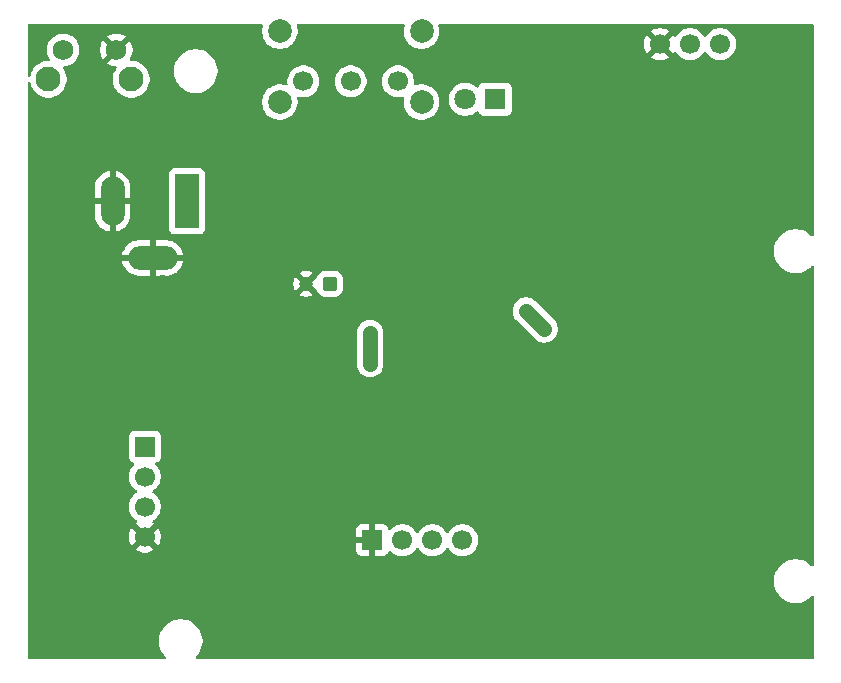
<source format=gbr>
%TF.GenerationSoftware,KiCad,Pcbnew,9.0.6*%
%TF.CreationDate,2026-01-14T13:32:50+01:00*%
%TF.ProjectId,DHT11 weather station,44485431-3120-4776-9561-746865722073,rev?*%
%TF.SameCoordinates,Original*%
%TF.FileFunction,Copper,L2,Bot*%
%TF.FilePolarity,Positive*%
%FSLAX46Y46*%
G04 Gerber Fmt 4.6, Leading zero omitted, Abs format (unit mm)*
G04 Created by KiCad (PCBNEW 9.0.6) date 2026-01-14 13:32:50*
%MOMM*%
%LPD*%
G01*
G04 APERTURE LIST*
G04 Aperture macros list*
%AMRoundRect*
0 Rectangle with rounded corners*
0 $1 Rounding radius*
0 $2 $3 $4 $5 $6 $7 $8 $9 X,Y pos of 4 corners*
0 Add a 4 corners polygon primitive as box body*
4,1,4,$2,$3,$4,$5,$6,$7,$8,$9,$2,$3,0*
0 Add four circle primitives for the rounded corners*
1,1,$1+$1,$2,$3*
1,1,$1+$1,$4,$5*
1,1,$1+$1,$6,$7*
1,1,$1+$1,$8,$9*
0 Add four rect primitives between the rounded corners*
20,1,$1+$1,$2,$3,$4,$5,0*
20,1,$1+$1,$4,$5,$6,$7,0*
20,1,$1+$1,$6,$7,$8,$9,0*
20,1,$1+$1,$8,$9,$2,$3,0*%
G04 Aperture macros list end*
%TA.AperFunction,ComponentPad*%
%ADD10R,1.700000X1.700000*%
%TD*%
%TA.AperFunction,ComponentPad*%
%ADD11C,1.700000*%
%TD*%
%TA.AperFunction,ComponentPad*%
%ADD12RoundRect,0.250000X0.350000X0.350000X-0.350000X0.350000X-0.350000X-0.350000X0.350000X-0.350000X0*%
%TD*%
%TA.AperFunction,ComponentPad*%
%ADD13C,1.200000*%
%TD*%
%TA.AperFunction,ComponentPad*%
%ADD14R,2.000000X4.600000*%
%TD*%
%TA.AperFunction,ComponentPad*%
%ADD15O,2.000000X4.200000*%
%TD*%
%TA.AperFunction,ComponentPad*%
%ADD16O,4.200000X2.000000*%
%TD*%
%TA.AperFunction,ComponentPad*%
%ADD17C,2.000000*%
%TD*%
%TA.AperFunction,ComponentPad*%
%ADD18R,1.800000X1.800000*%
%TD*%
%TA.AperFunction,ComponentPad*%
%ADD19C,1.800000*%
%TD*%
%TA.AperFunction,ComponentPad*%
%ADD20C,2.100000*%
%TD*%
%TA.AperFunction,ComponentPad*%
%ADD21C,1.750000*%
%TD*%
%TA.AperFunction,ViaPad*%
%ADD22C,0.600000*%
%TD*%
%TA.AperFunction,Conductor*%
%ADD23C,1.270000*%
%TD*%
G04 APERTURE END LIST*
D10*
%TO.P,J2,1,Pin_1*%
%TO.N,/Microcontroller with OLED and DHT11/3.3V*%
X40930000Y-76800000D03*
D11*
%TO.P,J2,2,Pin_2*%
%TO.N,/Microcontroller with OLED and DHT11/SWDIO*%
X40930000Y-79340000D03*
%TO.P,J2,3,Pin_3*%
%TO.N,/Microcontroller with OLED and DHT11/SWDCLK*%
X40930000Y-81880000D03*
%TO.P,J2,4,Pin_4*%
%TO.N,GND*%
X40930000Y-84420000D03*
%TD*%
D10*
%TO.P,J3,1,Pin_1*%
%TO.N,GND*%
X60190000Y-84720000D03*
D11*
%TO.P,J3,2,Pin_2*%
%TO.N,/Microcontroller with OLED and DHT11/3.3V*%
X62730000Y-84720000D03*
%TO.P,J3,3,Pin_3*%
%TO.N,/Microcontroller with OLED and DHT11/SCL*%
X65270000Y-84720000D03*
%TO.P,J3,4,Pin_4*%
%TO.N,/Microcontroller with OLED and DHT11/SDA*%
X67810000Y-84720000D03*
%TD*%
%TO.P,J4,1,Pin_1*%
%TO.N,/Microcontroller with OLED and DHT11/DHT11_DATA*%
X89630000Y-42720000D03*
%TO.P,J4,2,Pin_2*%
%TO.N,/Microcontroller with OLED and DHT11/3.3V*%
X87090000Y-42720000D03*
%TO.P,J4,3,Pin_3*%
%TO.N,GND*%
X84550000Y-42720000D03*
%TD*%
D12*
%TO.P,C2,1*%
%TO.N,/Power/5V*%
X56602600Y-63000000D03*
D13*
%TO.P,C2,2*%
%TO.N,GND*%
X54602600Y-63000000D03*
%TD*%
D14*
%TO.P,J1,1*%
%TO.N,/Power/V_IN*%
X44500000Y-56020000D03*
D15*
%TO.P,J1,2*%
%TO.N,GND*%
X38200000Y-56020000D03*
D16*
%TO.P,J1,3*%
X41600000Y-60820000D03*
%TD*%
D17*
%TO.P,SW1,*%
%TO.N,*%
X64360000Y-47620000D03*
X64360000Y-41620000D03*
X52360000Y-47620000D03*
X52360000Y-41620000D03*
D11*
%TO.P,SW1,1,A*%
%TO.N,unconnected-(SW1-A-Pad1)*%
X62360000Y-45870000D03*
%TO.P,SW1,2,B*%
%TO.N,/Power/V_IN*%
X58360000Y-45870000D03*
%TO.P,SW1,3,C*%
%TO.N,Net-(D1-A)*%
X54360000Y-45870000D03*
%TD*%
D18*
%TO.P,D2,1,K*%
%TO.N,Net-(D2-K)*%
X70595000Y-47395000D03*
D19*
%TO.P,D2,2,A*%
%TO.N,/Microcontroller with OLED and DHT11/3.3V*%
X68055000Y-47395000D03*
%TD*%
D20*
%TO.P,SW2,*%
%TO.N,*%
X32770000Y-45690000D03*
X39780000Y-45690000D03*
D21*
%TO.P,SW2,1,1*%
%TO.N,/Microcontroller with OLED and DHT11/NRST*%
X34020000Y-43200000D03*
%TO.P,SW2,2,2*%
%TO.N,GND*%
X38520000Y-43200000D03*
%TD*%
D22*
%TO.N,GND*%
X95000000Y-62500000D03*
X95000000Y-57500000D03*
X95000000Y-80000000D03*
X37500000Y-50000000D03*
X47500000Y-52500000D03*
X57500000Y-67500000D03*
X77500000Y-67500000D03*
X32500000Y-75000000D03*
X39900000Y-68900000D03*
X70000000Y-45000000D03*
X55000000Y-85000000D03*
X57500000Y-85000000D03*
X90000000Y-90000000D03*
X35000000Y-57500000D03*
X50000000Y-80000000D03*
X55000000Y-67500000D03*
X55000000Y-77500000D03*
X77500000Y-57500000D03*
X82500000Y-90000000D03*
X65000000Y-45000000D03*
X32500000Y-65000000D03*
X90000000Y-87500000D03*
X85000000Y-85000000D03*
X77500000Y-82500000D03*
X42500000Y-57500000D03*
X42500000Y-47500000D03*
X55000000Y-42500000D03*
X37500000Y-72500000D03*
X62500000Y-42500000D03*
X85000000Y-50000000D03*
X47500000Y-60000000D03*
X92500000Y-90000000D03*
X65000000Y-82500000D03*
X92500000Y-57500000D03*
X47500000Y-75000000D03*
X35000000Y-60000000D03*
X71700000Y-66900000D03*
X80000000Y-67500000D03*
X47500000Y-42500000D03*
X92500000Y-67500000D03*
X59984796Y-92500000D03*
X95000000Y-72500000D03*
X57500000Y-77500000D03*
X42500000Y-90000000D03*
X32500000Y-52500000D03*
X65000000Y-92500000D03*
X52500000Y-85000000D03*
X75000000Y-82500000D03*
X92500000Y-82500000D03*
X92500000Y-85000000D03*
X77500000Y-52500000D03*
X57500000Y-80000000D03*
X35000000Y-80000000D03*
X37500000Y-67500000D03*
X47500000Y-57500000D03*
X60000000Y-77500000D03*
X47500000Y-65000000D03*
X37500000Y-45000000D03*
X90000000Y-82500000D03*
X95000000Y-55000000D03*
X72500000Y-55000000D03*
X45000000Y-62500000D03*
X60000000Y-57500000D03*
X57500000Y-47500000D03*
X82500000Y-52500000D03*
X90000000Y-57500000D03*
X80000000Y-65000000D03*
X40000000Y-42500000D03*
X90000000Y-85000000D03*
X50000000Y-85000000D03*
X45000000Y-65000000D03*
X47500000Y-80000000D03*
X75000000Y-80000000D03*
X52500000Y-67500000D03*
X87500000Y-77500000D03*
X95000000Y-42500000D03*
X42500000Y-52500000D03*
X57500000Y-50000000D03*
X80000000Y-85000000D03*
X90000000Y-62500000D03*
X80000000Y-55000000D03*
X90000000Y-67500000D03*
X50000000Y-90000000D03*
X60000000Y-80000000D03*
X40000000Y-92500000D03*
X80000000Y-90000000D03*
X95000000Y-50000000D03*
X50000000Y-92500000D03*
X50000000Y-75000000D03*
X82500000Y-45000000D03*
X32500000Y-80000000D03*
X82500000Y-47500000D03*
X50000000Y-55000000D03*
X92500000Y-50000000D03*
X95000000Y-92500000D03*
X57500000Y-42500000D03*
X92500000Y-52500000D03*
X75000000Y-87500000D03*
X82500000Y-87500000D03*
X50000000Y-60000000D03*
X60000000Y-47500000D03*
X65010000Y-74710000D03*
X95000000Y-85000000D03*
X65021054Y-62521054D03*
X35000000Y-77500000D03*
X87500000Y-55000000D03*
X90000000Y-52500000D03*
X62500000Y-82500000D03*
X90000000Y-60000000D03*
X52500000Y-62500000D03*
X70000000Y-70000000D03*
X50000000Y-50000000D03*
X77500000Y-42500000D03*
X45000000Y-85000000D03*
X40000000Y-57500000D03*
X80000000Y-47500000D03*
X82500000Y-92500000D03*
X32500000Y-55000000D03*
X92500000Y-55000000D03*
X32500000Y-57500000D03*
X60000000Y-62500000D03*
X35000000Y-82500000D03*
X47500000Y-85000000D03*
X60000000Y-75000000D03*
X72500000Y-42500000D03*
X65000000Y-72500000D03*
X55000000Y-90000000D03*
X50000000Y-70000000D03*
X77500000Y-47500000D03*
X57500000Y-90000000D03*
X82500000Y-42500000D03*
X95000000Y-47500000D03*
X72500000Y-92500000D03*
X62500000Y-62500000D03*
X70000000Y-75000000D03*
X47500000Y-55000000D03*
X95000000Y-77500000D03*
X67500000Y-45000000D03*
X65000000Y-57500000D03*
X62000000Y-67700000D03*
X60000000Y-45000000D03*
X47500000Y-77500000D03*
X50000000Y-52500000D03*
X87500000Y-57500000D03*
X40000000Y-90000000D03*
X32500000Y-92500000D03*
X47500000Y-45000000D03*
X50000000Y-65000000D03*
X77500000Y-87500000D03*
X82500000Y-85000000D03*
X32500000Y-85000000D03*
X57500000Y-92500000D03*
X95000000Y-65000000D03*
X90000000Y-50000000D03*
X77500000Y-85000000D03*
X75000000Y-90000000D03*
X62500000Y-90000000D03*
X62500000Y-77500000D03*
X47500000Y-67500000D03*
X77500000Y-92500000D03*
X75000000Y-57500000D03*
X72500000Y-57500000D03*
X32500000Y-87500000D03*
X85000000Y-92500000D03*
X40000000Y-47500000D03*
X37500000Y-60000000D03*
X92500000Y-60000000D03*
X47500000Y-92500000D03*
X37500000Y-90000000D03*
X95000000Y-82500000D03*
X65000000Y-80000000D03*
X35000000Y-85000000D03*
X35000000Y-75000000D03*
X67500000Y-42500000D03*
X40000000Y-65000000D03*
X40000000Y-52500000D03*
X52500000Y-70000000D03*
X32500000Y-82500000D03*
X80000000Y-82500000D03*
X45000000Y-42500000D03*
X60000000Y-42500000D03*
X90000000Y-55000000D03*
X45000000Y-60000000D03*
X50000000Y-57500000D03*
X85000000Y-57500000D03*
X92500000Y-92500000D03*
X55000000Y-65000000D03*
X62500000Y-50000000D03*
X42500000Y-45000000D03*
X52500000Y-50000000D03*
X75000000Y-92500000D03*
X55000000Y-70000000D03*
X77500000Y-45000000D03*
X67500000Y-50000000D03*
X77500000Y-65000000D03*
X55000000Y-92500000D03*
X47500000Y-90000000D03*
X92500000Y-80000000D03*
X50000000Y-42500000D03*
X67500000Y-92500000D03*
X42500000Y-62500000D03*
X87500000Y-85000000D03*
X70000000Y-90000000D03*
X92500000Y-47500000D03*
X60000000Y-50000000D03*
X35000000Y-87500000D03*
X55000000Y-80000000D03*
X80000000Y-50000000D03*
X70000000Y-42500000D03*
X77500000Y-90000000D03*
X85000000Y-47500000D03*
X32500000Y-90000000D03*
X67500000Y-90000000D03*
X60000000Y-90000000D03*
X95000000Y-45000000D03*
X50000000Y-62500000D03*
X42500000Y-50000000D03*
X50000000Y-77500000D03*
X40000000Y-50000000D03*
X32500000Y-77500000D03*
X65000000Y-90000000D03*
X80000000Y-52500000D03*
X95000000Y-75000000D03*
X75000000Y-42500000D03*
X87500000Y-80000000D03*
X55000000Y-75000000D03*
X40000000Y-55000000D03*
X87500000Y-87500000D03*
X87500000Y-90000000D03*
X75000000Y-85000000D03*
X42500000Y-85000000D03*
X45000000Y-75000000D03*
X72500000Y-90000000D03*
X87500000Y-92500000D03*
X35000000Y-55000000D03*
X92500000Y-62500000D03*
X95000000Y-70000000D03*
X67500000Y-70000000D03*
X80000000Y-42500000D03*
X80000000Y-45000000D03*
X32500000Y-62500000D03*
X35000000Y-67500000D03*
X80000000Y-92500000D03*
X85000000Y-70000000D03*
X35000000Y-90000000D03*
X77500000Y-77500000D03*
X75000000Y-55000000D03*
X72500000Y-45000000D03*
X57500000Y-65000000D03*
X45000000Y-90000000D03*
X45000000Y-47500000D03*
X92500000Y-45000000D03*
X47500000Y-70000000D03*
X42500000Y-42500000D03*
X35000000Y-52500000D03*
X52500000Y-90000000D03*
X42500000Y-55000000D03*
X92500000Y-42500000D03*
X72500000Y-50000000D03*
X50000000Y-67500000D03*
X85000000Y-90000000D03*
X87500000Y-67500000D03*
X32500000Y-72500000D03*
X75000000Y-60000000D03*
X37500000Y-92500000D03*
X35000000Y-50000000D03*
X87500000Y-62500000D03*
X67500000Y-75000000D03*
X35000000Y-72500000D03*
X92500000Y-87500000D03*
X52500000Y-92500000D03*
X70000000Y-92500000D03*
X90000000Y-45000000D03*
X35000000Y-70000000D03*
X80000000Y-70000000D03*
X32500000Y-50000000D03*
X85000000Y-87500000D03*
X52500000Y-80000000D03*
X52500000Y-65000000D03*
X32500000Y-60000000D03*
X32500000Y-70000000D03*
X37500000Y-87500000D03*
X65000000Y-50000000D03*
X32500000Y-67500000D03*
X82500000Y-50000000D03*
X65000000Y-60000000D03*
X37500000Y-65000000D03*
X52500000Y-77500000D03*
X60000000Y-55000000D03*
X85000000Y-45000000D03*
X62500000Y-92500000D03*
X77500000Y-80000000D03*
X35000000Y-65000000D03*
X77500000Y-55000000D03*
X47500000Y-62500000D03*
X90000000Y-92500000D03*
X37500000Y-52500000D03*
X52500000Y-57500000D03*
X95000000Y-52500000D03*
X77500000Y-50000000D03*
X67500000Y-57500000D03*
X95000000Y-67500000D03*
X70500000Y-83200000D03*
X35000000Y-92500000D03*
X90000000Y-47500000D03*
X52500000Y-75000000D03*
X75000000Y-52500000D03*
X80000000Y-62500000D03*
X40000000Y-62500000D03*
X80000000Y-87500000D03*
X75000000Y-50000000D03*
X87500000Y-60000000D03*
X72500000Y-87500000D03*
X52500000Y-60000000D03*
X37500000Y-62500000D03*
X37500000Y-47500000D03*
%TO.N,/Microcontroller with OLED and DHT11/3.3V*%
X73200000Y-65300000D03*
X60000000Y-69800000D03*
X60000000Y-67200000D03*
X74750000Y-66850000D03*
%TD*%
D23*
%TO.N,/Microcontroller with OLED and DHT11/3.3V*%
X73200000Y-65300000D02*
X74750000Y-66850000D01*
X60000000Y-69800000D02*
X60000000Y-67200000D01*
%TD*%
%TA.AperFunction,Conductor*%
%TO.N,GND*%
G36*
X50880098Y-41019685D02*
G01*
X50925853Y-41072489D01*
X50935797Y-41141647D01*
X50930990Y-41162318D01*
X50896447Y-41268627D01*
X50896447Y-41268630D01*
X50859500Y-41501902D01*
X50859500Y-41738097D01*
X50896446Y-41971368D01*
X50969433Y-42195996D01*
X51075295Y-42403760D01*
X51076657Y-42406433D01*
X51215483Y-42597510D01*
X51382490Y-42764517D01*
X51573567Y-42903343D01*
X51672991Y-42954002D01*
X51784003Y-43010566D01*
X51784005Y-43010566D01*
X51784008Y-43010568D01*
X51904412Y-43049689D01*
X52008631Y-43083553D01*
X52241903Y-43120500D01*
X52241908Y-43120500D01*
X52478097Y-43120500D01*
X52711368Y-43083553D01*
X52935992Y-43010568D01*
X53146433Y-42903343D01*
X53337510Y-42764517D01*
X53504517Y-42597510D01*
X53643343Y-42406433D01*
X53750568Y-42195992D01*
X53823553Y-41971368D01*
X53844327Y-41840208D01*
X53860500Y-41738097D01*
X53860500Y-41501902D01*
X53839005Y-41366197D01*
X53823553Y-41268632D01*
X53823552Y-41268628D01*
X53823552Y-41268627D01*
X53789010Y-41162318D01*
X53787015Y-41092477D01*
X53823095Y-41032644D01*
X53885796Y-41001816D01*
X53906941Y-41000000D01*
X62813059Y-41000000D01*
X62880098Y-41019685D01*
X62925853Y-41072489D01*
X62935797Y-41141647D01*
X62930990Y-41162318D01*
X62896447Y-41268627D01*
X62896447Y-41268630D01*
X62859500Y-41501902D01*
X62859500Y-41738097D01*
X62896446Y-41971368D01*
X62969433Y-42195996D01*
X63075295Y-42403760D01*
X63076657Y-42406433D01*
X63215483Y-42597510D01*
X63382490Y-42764517D01*
X63573567Y-42903343D01*
X63672991Y-42954002D01*
X63784003Y-43010566D01*
X63784005Y-43010566D01*
X63784008Y-43010568D01*
X63904412Y-43049689D01*
X64008631Y-43083553D01*
X64241903Y-43120500D01*
X64241908Y-43120500D01*
X64478097Y-43120500D01*
X64711368Y-43083553D01*
X64935992Y-43010568D01*
X65146433Y-42903343D01*
X65337510Y-42764517D01*
X65488274Y-42613753D01*
X83200000Y-42613753D01*
X83200000Y-42826246D01*
X83233242Y-43036127D01*
X83233242Y-43036130D01*
X83298904Y-43238217D01*
X83395375Y-43427550D01*
X83434728Y-43481716D01*
X84067037Y-42849408D01*
X84084075Y-42912993D01*
X84149901Y-43027007D01*
X84242993Y-43120099D01*
X84357007Y-43185925D01*
X84420590Y-43202962D01*
X83788282Y-43835269D01*
X83788282Y-43835270D01*
X83842449Y-43874624D01*
X84031782Y-43971095D01*
X84233870Y-44036757D01*
X84443754Y-44070000D01*
X84656246Y-44070000D01*
X84866127Y-44036757D01*
X84866130Y-44036757D01*
X85068217Y-43971095D01*
X85257554Y-43874622D01*
X85311716Y-43835270D01*
X85311717Y-43835270D01*
X84679408Y-43202962D01*
X84742993Y-43185925D01*
X84857007Y-43120099D01*
X84950099Y-43027007D01*
X85015925Y-42912993D01*
X85032962Y-42849408D01*
X85665270Y-43481717D01*
X85665270Y-43481716D01*
X85704622Y-43427555D01*
X85709232Y-43418507D01*
X85757205Y-43367709D01*
X85825025Y-43350912D01*
X85891161Y-43373447D01*
X85930204Y-43418504D01*
X85934949Y-43427817D01*
X86059890Y-43599786D01*
X86210213Y-43750109D01*
X86382179Y-43875048D01*
X86382181Y-43875049D01*
X86382184Y-43875051D01*
X86571588Y-43971557D01*
X86773757Y-44037246D01*
X86983713Y-44070500D01*
X86983714Y-44070500D01*
X87196286Y-44070500D01*
X87196287Y-44070500D01*
X87406243Y-44037246D01*
X87608412Y-43971557D01*
X87797816Y-43875051D01*
X87932411Y-43777263D01*
X87969786Y-43750109D01*
X87969788Y-43750106D01*
X87969792Y-43750104D01*
X88120104Y-43599792D01*
X88120106Y-43599788D01*
X88120109Y-43599786D01*
X88245048Y-43427820D01*
X88245050Y-43427817D01*
X88245051Y-43427816D01*
X88249514Y-43419054D01*
X88297488Y-43368259D01*
X88365308Y-43351463D01*
X88431444Y-43373999D01*
X88470486Y-43419056D01*
X88474951Y-43427820D01*
X88599890Y-43599786D01*
X88750213Y-43750109D01*
X88922179Y-43875048D01*
X88922181Y-43875049D01*
X88922184Y-43875051D01*
X89111588Y-43971557D01*
X89313757Y-44037246D01*
X89523713Y-44070500D01*
X89523714Y-44070500D01*
X89736286Y-44070500D01*
X89736287Y-44070500D01*
X89946243Y-44037246D01*
X90148412Y-43971557D01*
X90337816Y-43875051D01*
X90472411Y-43777263D01*
X90509786Y-43750109D01*
X90509788Y-43750106D01*
X90509792Y-43750104D01*
X90660104Y-43599792D01*
X90660106Y-43599788D01*
X90660109Y-43599786D01*
X90785048Y-43427820D01*
X90785050Y-43427817D01*
X90785051Y-43427816D01*
X90881557Y-43238412D01*
X90947246Y-43036243D01*
X90980500Y-42826287D01*
X90980500Y-42613713D01*
X90947246Y-42403757D01*
X90881557Y-42201588D01*
X90785051Y-42012184D01*
X90785049Y-42012181D01*
X90785048Y-42012179D01*
X90660109Y-41840213D01*
X90509786Y-41689890D01*
X90337820Y-41564951D01*
X90148414Y-41468444D01*
X90148413Y-41468443D01*
X90148412Y-41468443D01*
X89946243Y-41402754D01*
X89946241Y-41402753D01*
X89946240Y-41402753D01*
X89784957Y-41377208D01*
X89736287Y-41369500D01*
X89523713Y-41369500D01*
X89475042Y-41377208D01*
X89313760Y-41402753D01*
X89111585Y-41468444D01*
X88922179Y-41564951D01*
X88750213Y-41689890D01*
X88599890Y-41840213D01*
X88474949Y-42012182D01*
X88470484Y-42020946D01*
X88422509Y-42071742D01*
X88354688Y-42088536D01*
X88288553Y-42065998D01*
X88249516Y-42020946D01*
X88245050Y-42012182D01*
X88120109Y-41840213D01*
X87969786Y-41689890D01*
X87797820Y-41564951D01*
X87608414Y-41468444D01*
X87608413Y-41468443D01*
X87608412Y-41468443D01*
X87406243Y-41402754D01*
X87406241Y-41402753D01*
X87406240Y-41402753D01*
X87244957Y-41377208D01*
X87196287Y-41369500D01*
X86983713Y-41369500D01*
X86935042Y-41377208D01*
X86773760Y-41402753D01*
X86571585Y-41468444D01*
X86382179Y-41564951D01*
X86210213Y-41689890D01*
X86059890Y-41840213D01*
X85934949Y-42012182D01*
X85930202Y-42021499D01*
X85882227Y-42072293D01*
X85814405Y-42089087D01*
X85748271Y-42066548D01*
X85709234Y-42021495D01*
X85704626Y-42012452D01*
X85665270Y-41958282D01*
X85665269Y-41958282D01*
X85032962Y-42590590D01*
X85015925Y-42527007D01*
X84950099Y-42412993D01*
X84857007Y-42319901D01*
X84742993Y-42254075D01*
X84679409Y-42237037D01*
X85311716Y-41604728D01*
X85257550Y-41565375D01*
X85068217Y-41468904D01*
X84866129Y-41403242D01*
X84656246Y-41370000D01*
X84443754Y-41370000D01*
X84233872Y-41403242D01*
X84233869Y-41403242D01*
X84031782Y-41468904D01*
X83842439Y-41565380D01*
X83788282Y-41604727D01*
X83788282Y-41604728D01*
X84420591Y-42237037D01*
X84357007Y-42254075D01*
X84242993Y-42319901D01*
X84149901Y-42412993D01*
X84084075Y-42527007D01*
X84067037Y-42590591D01*
X83434728Y-41958282D01*
X83434727Y-41958282D01*
X83395380Y-42012439D01*
X83298904Y-42201782D01*
X83233242Y-42403869D01*
X83233242Y-42403872D01*
X83200000Y-42613753D01*
X65488274Y-42613753D01*
X65504517Y-42597510D01*
X65643343Y-42406433D01*
X65750568Y-42195992D01*
X65823553Y-41971368D01*
X65844327Y-41840208D01*
X65860500Y-41738097D01*
X65860500Y-41501902D01*
X65839005Y-41366197D01*
X65823553Y-41268632D01*
X65823552Y-41268628D01*
X65823552Y-41268627D01*
X65789010Y-41162318D01*
X65787015Y-41092477D01*
X65823095Y-41032644D01*
X65885796Y-41001816D01*
X65906941Y-41000000D01*
X97456000Y-41000000D01*
X97523039Y-41019685D01*
X97568794Y-41072489D01*
X97580000Y-41124000D01*
X97580000Y-58863634D01*
X97560315Y-58930673D01*
X97507511Y-58976428D01*
X97438353Y-58986372D01*
X97374797Y-58957347D01*
X97368319Y-58951315D01*
X97262743Y-58845739D01*
X97262736Y-58845733D01*
X97070293Y-58698067D01*
X97070292Y-58698066D01*
X97070289Y-58698064D01*
X96871105Y-58583065D01*
X96860214Y-58576777D01*
X96860205Y-58576773D01*
X96636104Y-58483947D01*
X96401785Y-58421161D01*
X96161289Y-58389500D01*
X96161288Y-58389500D01*
X95918712Y-58389500D01*
X95918711Y-58389500D01*
X95678214Y-58421161D01*
X95443895Y-58483947D01*
X95219794Y-58576773D01*
X95219785Y-58576777D01*
X95009706Y-58698067D01*
X94817263Y-58845733D01*
X94817256Y-58845739D01*
X94645739Y-59017256D01*
X94645733Y-59017263D01*
X94498067Y-59209706D01*
X94376777Y-59419785D01*
X94376773Y-59419794D01*
X94283947Y-59643895D01*
X94221161Y-59878214D01*
X94189500Y-60118711D01*
X94189500Y-60361288D01*
X94221161Y-60601785D01*
X94283947Y-60836104D01*
X94304543Y-60885826D01*
X94376776Y-61060212D01*
X94498064Y-61270289D01*
X94498066Y-61270292D01*
X94498067Y-61270293D01*
X94645733Y-61462736D01*
X94645739Y-61462743D01*
X94817256Y-61634260D01*
X94817262Y-61634265D01*
X95009711Y-61781936D01*
X95219788Y-61903224D01*
X95443900Y-61996054D01*
X95678211Y-62058838D01*
X95858586Y-62082584D01*
X95918711Y-62090500D01*
X95918712Y-62090500D01*
X96161289Y-62090500D01*
X96209388Y-62084167D01*
X96401789Y-62058838D01*
X96636100Y-61996054D01*
X96860212Y-61903224D01*
X97070289Y-61781936D01*
X97262738Y-61634265D01*
X97290832Y-61606171D01*
X97368319Y-61528685D01*
X97429642Y-61495200D01*
X97499334Y-61500184D01*
X97555267Y-61542056D01*
X97579684Y-61607520D01*
X97580000Y-61616366D01*
X97580000Y-86803634D01*
X97560315Y-86870673D01*
X97507511Y-86916428D01*
X97438353Y-86926372D01*
X97374797Y-86897347D01*
X97368319Y-86891315D01*
X97262743Y-86785739D01*
X97262736Y-86785733D01*
X97070293Y-86638067D01*
X97070292Y-86638066D01*
X97070289Y-86638064D01*
X96860212Y-86516776D01*
X96860205Y-86516773D01*
X96636104Y-86423947D01*
X96401785Y-86361161D01*
X96161289Y-86329500D01*
X96161288Y-86329500D01*
X95918712Y-86329500D01*
X95918711Y-86329500D01*
X95678214Y-86361161D01*
X95443895Y-86423947D01*
X95219794Y-86516773D01*
X95219785Y-86516777D01*
X95009706Y-86638067D01*
X94817263Y-86785733D01*
X94817256Y-86785739D01*
X94645739Y-86957256D01*
X94645733Y-86957263D01*
X94498067Y-87149706D01*
X94376777Y-87359785D01*
X94376773Y-87359794D01*
X94283947Y-87583895D01*
X94221161Y-87818214D01*
X94189500Y-88058711D01*
X94189500Y-88301288D01*
X94221161Y-88541785D01*
X94283947Y-88776104D01*
X94376773Y-89000205D01*
X94376776Y-89000212D01*
X94498064Y-89210289D01*
X94498066Y-89210292D01*
X94498067Y-89210293D01*
X94645733Y-89402736D01*
X94645739Y-89402743D01*
X94817256Y-89574260D01*
X94817262Y-89574265D01*
X95009711Y-89721936D01*
X95219788Y-89843224D01*
X95443900Y-89936054D01*
X95678211Y-89998838D01*
X95858586Y-90022584D01*
X95918711Y-90030500D01*
X95918712Y-90030500D01*
X96161289Y-90030500D01*
X96209388Y-90024167D01*
X96401789Y-89998838D01*
X96636100Y-89936054D01*
X96860212Y-89843224D01*
X97070289Y-89721936D01*
X97262738Y-89574265D01*
X97289483Y-89547520D01*
X97368319Y-89468685D01*
X97429642Y-89435200D01*
X97499334Y-89440184D01*
X97555267Y-89482056D01*
X97579684Y-89547520D01*
X97580000Y-89556366D01*
X97580000Y-94676000D01*
X97560315Y-94743039D01*
X97507511Y-94788794D01*
X97456000Y-94800000D01*
X45346366Y-94800000D01*
X45279327Y-94780315D01*
X45233572Y-94727511D01*
X45223628Y-94658353D01*
X45252653Y-94594797D01*
X45258685Y-94588319D01*
X45364260Y-94482743D01*
X45364265Y-94482738D01*
X45511936Y-94290289D01*
X45633224Y-94080212D01*
X45726054Y-93856100D01*
X45788838Y-93621789D01*
X45820500Y-93381288D01*
X45820500Y-93138712D01*
X45788838Y-92898211D01*
X45726054Y-92663900D01*
X45633224Y-92439788D01*
X45511936Y-92229711D01*
X45364265Y-92037262D01*
X45364260Y-92037256D01*
X45192743Y-91865739D01*
X45192736Y-91865733D01*
X45000293Y-91718067D01*
X45000292Y-91718066D01*
X45000289Y-91718064D01*
X44790212Y-91596776D01*
X44790205Y-91596773D01*
X44566104Y-91503947D01*
X44331785Y-91441161D01*
X44091289Y-91409500D01*
X44091288Y-91409500D01*
X43848712Y-91409500D01*
X43848711Y-91409500D01*
X43608214Y-91441161D01*
X43373895Y-91503947D01*
X43149794Y-91596773D01*
X43149785Y-91596777D01*
X42939706Y-91718067D01*
X42747263Y-91865733D01*
X42747256Y-91865739D01*
X42575739Y-92037256D01*
X42575733Y-92037263D01*
X42428067Y-92229706D01*
X42306777Y-92439785D01*
X42306773Y-92439794D01*
X42213947Y-92663895D01*
X42151161Y-92898214D01*
X42119500Y-93138711D01*
X42119500Y-93381288D01*
X42151161Y-93621785D01*
X42213947Y-93856104D01*
X42306773Y-94080205D01*
X42306776Y-94080212D01*
X42428064Y-94290289D01*
X42428066Y-94290292D01*
X42428067Y-94290293D01*
X42575733Y-94482736D01*
X42575739Y-94482743D01*
X42681315Y-94588319D01*
X42714800Y-94649642D01*
X42709816Y-94719334D01*
X42667944Y-94775267D01*
X42602480Y-94799684D01*
X42593634Y-94800000D01*
X31124000Y-94800000D01*
X31056961Y-94780315D01*
X31011206Y-94727511D01*
X31000000Y-94676000D01*
X31000000Y-75902135D01*
X39579500Y-75902135D01*
X39579500Y-77697870D01*
X39579501Y-77697876D01*
X39585908Y-77757483D01*
X39636202Y-77892328D01*
X39636206Y-77892335D01*
X39722452Y-78007544D01*
X39722455Y-78007547D01*
X39837664Y-78093793D01*
X39837671Y-78093797D01*
X39969082Y-78142810D01*
X40025016Y-78184681D01*
X40049433Y-78250145D01*
X40034582Y-78318418D01*
X40013431Y-78346673D01*
X39899889Y-78460215D01*
X39774951Y-78632179D01*
X39678444Y-78821585D01*
X39612753Y-79023760D01*
X39579500Y-79233713D01*
X39579500Y-79446286D01*
X39612753Y-79656239D01*
X39678444Y-79858414D01*
X39774951Y-80047820D01*
X39899890Y-80219786D01*
X40050213Y-80370109D01*
X40222182Y-80495050D01*
X40230946Y-80499516D01*
X40281742Y-80547491D01*
X40298536Y-80615312D01*
X40275998Y-80681447D01*
X40230946Y-80720484D01*
X40222182Y-80724949D01*
X40050213Y-80849890D01*
X39899890Y-81000213D01*
X39774951Y-81172179D01*
X39678444Y-81361585D01*
X39612753Y-81563760D01*
X39579500Y-81773713D01*
X39579500Y-81986286D01*
X39612753Y-82196239D01*
X39678444Y-82398414D01*
X39774951Y-82587820D01*
X39899890Y-82759786D01*
X40050213Y-82910109D01*
X40222179Y-83035048D01*
X40222181Y-83035049D01*
X40222184Y-83035051D01*
X40231493Y-83039794D01*
X40282290Y-83087766D01*
X40299087Y-83155587D01*
X40276552Y-83221722D01*
X40231505Y-83260760D01*
X40222446Y-83265376D01*
X40222440Y-83265380D01*
X40168282Y-83304727D01*
X40168282Y-83304728D01*
X40800591Y-83937037D01*
X40737007Y-83954075D01*
X40622993Y-84019901D01*
X40529901Y-84112993D01*
X40464075Y-84227007D01*
X40447037Y-84290591D01*
X39814728Y-83658282D01*
X39814727Y-83658282D01*
X39775380Y-83712439D01*
X39678904Y-83901782D01*
X39613242Y-84103869D01*
X39613242Y-84103872D01*
X39580000Y-84313753D01*
X39580000Y-84526246D01*
X39613242Y-84736127D01*
X39613242Y-84736130D01*
X39678904Y-84938217D01*
X39775375Y-85127550D01*
X39814728Y-85181716D01*
X40447037Y-84549408D01*
X40464075Y-84612993D01*
X40529901Y-84727007D01*
X40622993Y-84820099D01*
X40737007Y-84885925D01*
X40800590Y-84902962D01*
X40168282Y-85535269D01*
X40168282Y-85535270D01*
X40222449Y-85574624D01*
X40411782Y-85671095D01*
X40613870Y-85736757D01*
X40823754Y-85770000D01*
X41036246Y-85770000D01*
X41246127Y-85736757D01*
X41246130Y-85736757D01*
X41448217Y-85671095D01*
X41637554Y-85574622D01*
X41691716Y-85535270D01*
X41691717Y-85535270D01*
X41059408Y-84902962D01*
X41122993Y-84885925D01*
X41237007Y-84820099D01*
X41330099Y-84727007D01*
X41395925Y-84612993D01*
X41412962Y-84549409D01*
X42045270Y-85181717D01*
X42045270Y-85181716D01*
X42084622Y-85127554D01*
X42181096Y-84938215D01*
X42199907Y-84880321D01*
X42199907Y-84880320D01*
X42246757Y-84736130D01*
X42246757Y-84736127D01*
X42280000Y-84526246D01*
X42280000Y-84313753D01*
X42246757Y-84103872D01*
X42246757Y-84103869D01*
X42181094Y-83901780D01*
X42167524Y-83875147D01*
X42167523Y-83875146D01*
X42140522Y-83822155D01*
X58840000Y-83822155D01*
X58840000Y-84470000D01*
X59756988Y-84470000D01*
X59724075Y-84527007D01*
X59690000Y-84654174D01*
X59690000Y-84785826D01*
X59724075Y-84912993D01*
X59756988Y-84970000D01*
X58840000Y-84970000D01*
X58840000Y-85617844D01*
X58846401Y-85677372D01*
X58846403Y-85677379D01*
X58896645Y-85812086D01*
X58896649Y-85812093D01*
X58982809Y-85927187D01*
X58982812Y-85927190D01*
X59097906Y-86013350D01*
X59097913Y-86013354D01*
X59232620Y-86063596D01*
X59232627Y-86063598D01*
X59292155Y-86069999D01*
X59292172Y-86070000D01*
X59940000Y-86070000D01*
X59940000Y-85153012D01*
X59997007Y-85185925D01*
X60124174Y-85220000D01*
X60255826Y-85220000D01*
X60382993Y-85185925D01*
X60440000Y-85153012D01*
X60440000Y-86070000D01*
X61087828Y-86070000D01*
X61087844Y-86069999D01*
X61147372Y-86063598D01*
X61147379Y-86063596D01*
X61282086Y-86013354D01*
X61282093Y-86013350D01*
X61397187Y-85927190D01*
X61397190Y-85927187D01*
X61483350Y-85812093D01*
X61483354Y-85812086D01*
X61532422Y-85680529D01*
X61574293Y-85624595D01*
X61639757Y-85600178D01*
X61708030Y-85615030D01*
X61736285Y-85636181D01*
X61850213Y-85750109D01*
X62022179Y-85875048D01*
X62022181Y-85875049D01*
X62022184Y-85875051D01*
X62211588Y-85971557D01*
X62413757Y-86037246D01*
X62623713Y-86070500D01*
X62623714Y-86070500D01*
X62836286Y-86070500D01*
X62836287Y-86070500D01*
X63046243Y-86037246D01*
X63248412Y-85971557D01*
X63437816Y-85875051D01*
X63524471Y-85812093D01*
X63609786Y-85750109D01*
X63609788Y-85750106D01*
X63609792Y-85750104D01*
X63760104Y-85599792D01*
X63760106Y-85599788D01*
X63760109Y-85599786D01*
X63885048Y-85427820D01*
X63885047Y-85427820D01*
X63885051Y-85427816D01*
X63889514Y-85419054D01*
X63937488Y-85368259D01*
X64005308Y-85351463D01*
X64071444Y-85373999D01*
X64110486Y-85419056D01*
X64114951Y-85427820D01*
X64239890Y-85599786D01*
X64390213Y-85750109D01*
X64562179Y-85875048D01*
X64562181Y-85875049D01*
X64562184Y-85875051D01*
X64751588Y-85971557D01*
X64953757Y-86037246D01*
X65163713Y-86070500D01*
X65163714Y-86070500D01*
X65376286Y-86070500D01*
X65376287Y-86070500D01*
X65586243Y-86037246D01*
X65788412Y-85971557D01*
X65977816Y-85875051D01*
X66064471Y-85812093D01*
X66149786Y-85750109D01*
X66149788Y-85750106D01*
X66149792Y-85750104D01*
X66300104Y-85599792D01*
X66300106Y-85599788D01*
X66300109Y-85599786D01*
X66425048Y-85427820D01*
X66425047Y-85427820D01*
X66425051Y-85427816D01*
X66429514Y-85419054D01*
X66477488Y-85368259D01*
X66545308Y-85351463D01*
X66611444Y-85373999D01*
X66650486Y-85419056D01*
X66654951Y-85427820D01*
X66779890Y-85599786D01*
X66930213Y-85750109D01*
X67102179Y-85875048D01*
X67102181Y-85875049D01*
X67102184Y-85875051D01*
X67291588Y-85971557D01*
X67493757Y-86037246D01*
X67703713Y-86070500D01*
X67703714Y-86070500D01*
X67916286Y-86070500D01*
X67916287Y-86070500D01*
X68126243Y-86037246D01*
X68328412Y-85971557D01*
X68517816Y-85875051D01*
X68604471Y-85812093D01*
X68689786Y-85750109D01*
X68689788Y-85750106D01*
X68689792Y-85750104D01*
X68840104Y-85599792D01*
X68840106Y-85599788D01*
X68840109Y-85599786D01*
X68965048Y-85427820D01*
X68965047Y-85427820D01*
X68965051Y-85427816D01*
X69061557Y-85238412D01*
X69127246Y-85036243D01*
X69160500Y-84826287D01*
X69160500Y-84613713D01*
X69127246Y-84403757D01*
X69061557Y-84201588D01*
X68965051Y-84012184D01*
X68965049Y-84012181D01*
X68965048Y-84012179D01*
X68840109Y-83840213D01*
X68689786Y-83689890D01*
X68517820Y-83564951D01*
X68328414Y-83468444D01*
X68328413Y-83468443D01*
X68328412Y-83468443D01*
X68126243Y-83402754D01*
X68126241Y-83402753D01*
X68126240Y-83402753D01*
X67964957Y-83377208D01*
X67916287Y-83369500D01*
X67703713Y-83369500D01*
X67655042Y-83377208D01*
X67493760Y-83402753D01*
X67291585Y-83468444D01*
X67102179Y-83564951D01*
X66930213Y-83689890D01*
X66779890Y-83840213D01*
X66654949Y-84012182D01*
X66650484Y-84020946D01*
X66602509Y-84071742D01*
X66534688Y-84088536D01*
X66468553Y-84065998D01*
X66429516Y-84020946D01*
X66425050Y-84012182D01*
X66300109Y-83840213D01*
X66149786Y-83689890D01*
X65977820Y-83564951D01*
X65788414Y-83468444D01*
X65788413Y-83468443D01*
X65788412Y-83468443D01*
X65586243Y-83402754D01*
X65586241Y-83402753D01*
X65586240Y-83402753D01*
X65424957Y-83377208D01*
X65376287Y-83369500D01*
X65163713Y-83369500D01*
X65115042Y-83377208D01*
X64953760Y-83402753D01*
X64751585Y-83468444D01*
X64562179Y-83564951D01*
X64390213Y-83689890D01*
X64239890Y-83840213D01*
X64114949Y-84012182D01*
X64110484Y-84020946D01*
X64062509Y-84071742D01*
X63994688Y-84088536D01*
X63928553Y-84065998D01*
X63889516Y-84020946D01*
X63885050Y-84012182D01*
X63760109Y-83840213D01*
X63609786Y-83689890D01*
X63437820Y-83564951D01*
X63248414Y-83468444D01*
X63248413Y-83468443D01*
X63248412Y-83468443D01*
X63046243Y-83402754D01*
X63046241Y-83402753D01*
X63046240Y-83402753D01*
X62884957Y-83377208D01*
X62836287Y-83369500D01*
X62623713Y-83369500D01*
X62575042Y-83377208D01*
X62413760Y-83402753D01*
X62211585Y-83468444D01*
X62022179Y-83564951D01*
X61850215Y-83689889D01*
X61736285Y-83803819D01*
X61674962Y-83837303D01*
X61605270Y-83832319D01*
X61549337Y-83790447D01*
X61532422Y-83759470D01*
X61483354Y-83627913D01*
X61483350Y-83627906D01*
X61397190Y-83512812D01*
X61397187Y-83512809D01*
X61282093Y-83426649D01*
X61282086Y-83426645D01*
X61147379Y-83376403D01*
X61147372Y-83376401D01*
X61087844Y-83370000D01*
X60440000Y-83370000D01*
X60440000Y-84286988D01*
X60382993Y-84254075D01*
X60255826Y-84220000D01*
X60124174Y-84220000D01*
X59997007Y-84254075D01*
X59940000Y-84286988D01*
X59940000Y-83370000D01*
X59292155Y-83370000D01*
X59232627Y-83376401D01*
X59232620Y-83376403D01*
X59097913Y-83426645D01*
X59097906Y-83426649D01*
X58982812Y-83512809D01*
X58982809Y-83512812D01*
X58896649Y-83627906D01*
X58896645Y-83627913D01*
X58846403Y-83762620D01*
X58846401Y-83762627D01*
X58840000Y-83822155D01*
X42140522Y-83822155D01*
X42084624Y-83712449D01*
X42045270Y-83658282D01*
X42045269Y-83658282D01*
X41412962Y-84290590D01*
X41395925Y-84227007D01*
X41330099Y-84112993D01*
X41237007Y-84019901D01*
X41122993Y-83954075D01*
X41059409Y-83937037D01*
X41691716Y-83304728D01*
X41637547Y-83265373D01*
X41637547Y-83265372D01*
X41628500Y-83260763D01*
X41577706Y-83212788D01*
X41560912Y-83144966D01*
X41583451Y-83078832D01*
X41628508Y-83039793D01*
X41637816Y-83035051D01*
X41717007Y-82977515D01*
X41809786Y-82910109D01*
X41809788Y-82910106D01*
X41809792Y-82910104D01*
X41960104Y-82759792D01*
X41960106Y-82759788D01*
X41960109Y-82759786D01*
X42085048Y-82587820D01*
X42085047Y-82587820D01*
X42085051Y-82587816D01*
X42181557Y-82398412D01*
X42247246Y-82196243D01*
X42280500Y-81986287D01*
X42280500Y-81773713D01*
X42247246Y-81563757D01*
X42181557Y-81361588D01*
X42085051Y-81172184D01*
X42085049Y-81172181D01*
X42085048Y-81172179D01*
X41960109Y-81000213D01*
X41809786Y-80849890D01*
X41637820Y-80724951D01*
X41637115Y-80724591D01*
X41629054Y-80720485D01*
X41578259Y-80672512D01*
X41561463Y-80604692D01*
X41583999Y-80538556D01*
X41629054Y-80499515D01*
X41637816Y-80495051D01*
X41659789Y-80479086D01*
X41809786Y-80370109D01*
X41809788Y-80370106D01*
X41809792Y-80370104D01*
X41960104Y-80219792D01*
X41960106Y-80219788D01*
X41960109Y-80219786D01*
X42085048Y-80047820D01*
X42085047Y-80047820D01*
X42085051Y-80047816D01*
X42181557Y-79858412D01*
X42247246Y-79656243D01*
X42280500Y-79446287D01*
X42280500Y-79233713D01*
X42247246Y-79023757D01*
X42181557Y-78821588D01*
X42085051Y-78632184D01*
X42085049Y-78632181D01*
X42085048Y-78632179D01*
X41960109Y-78460213D01*
X41846569Y-78346673D01*
X41813084Y-78285350D01*
X41818068Y-78215658D01*
X41859940Y-78159725D01*
X41890915Y-78142810D01*
X42022331Y-78093796D01*
X42137546Y-78007546D01*
X42223796Y-77892331D01*
X42274091Y-77757483D01*
X42280500Y-77697873D01*
X42280499Y-75902128D01*
X42274091Y-75842517D01*
X42223796Y-75707669D01*
X42223795Y-75707668D01*
X42223793Y-75707664D01*
X42137547Y-75592455D01*
X42137544Y-75592452D01*
X42022335Y-75506206D01*
X42022328Y-75506202D01*
X41887482Y-75455908D01*
X41887483Y-75455908D01*
X41827883Y-75449501D01*
X41827881Y-75449500D01*
X41827873Y-75449500D01*
X41827864Y-75449500D01*
X40032129Y-75449500D01*
X40032123Y-75449501D01*
X39972516Y-75455908D01*
X39837671Y-75506202D01*
X39837664Y-75506206D01*
X39722455Y-75592452D01*
X39722452Y-75592455D01*
X39636206Y-75707664D01*
X39636202Y-75707671D01*
X39585908Y-75842517D01*
X39579501Y-75902116D01*
X39579501Y-75902123D01*
X39579500Y-75902135D01*
X31000000Y-75902135D01*
X31000000Y-67110634D01*
X58864500Y-67110634D01*
X58864500Y-69889365D01*
X58892460Y-70065898D01*
X58892460Y-70065901D01*
X58947689Y-70235878D01*
X58947691Y-70235881D01*
X59028833Y-70395132D01*
X59133889Y-70539728D01*
X59260272Y-70666111D01*
X59404868Y-70771167D01*
X59564119Y-70852309D01*
X59564121Y-70852310D01*
X59722670Y-70903825D01*
X59734103Y-70907540D01*
X59910634Y-70935500D01*
X59910635Y-70935500D01*
X60089365Y-70935500D01*
X60089366Y-70935500D01*
X60265897Y-70907540D01*
X60265900Y-70907539D01*
X60265901Y-70907539D01*
X60435878Y-70852310D01*
X60435878Y-70852309D01*
X60435881Y-70852309D01*
X60595132Y-70771167D01*
X60739728Y-70666111D01*
X60866111Y-70539728D01*
X60971167Y-70395132D01*
X61052309Y-70235881D01*
X61107540Y-70065897D01*
X61135500Y-69889366D01*
X61135500Y-67110634D01*
X61107540Y-66934103D01*
X61107539Y-66934099D01*
X61107539Y-66934098D01*
X61052310Y-66764121D01*
X61052308Y-66764118D01*
X61050531Y-66760629D01*
X60971167Y-66604868D01*
X60866111Y-66460272D01*
X60739728Y-66333889D01*
X60595132Y-66228833D01*
X60435881Y-66147691D01*
X60435878Y-66147689D01*
X60265899Y-66092460D01*
X60148209Y-66073820D01*
X60089366Y-66064500D01*
X59910634Y-66064500D01*
X59851790Y-66073820D01*
X59734101Y-66092460D01*
X59734098Y-66092460D01*
X59564121Y-66147689D01*
X59564118Y-66147691D01*
X59404867Y-66228833D01*
X59260270Y-66333890D01*
X59133890Y-66460270D01*
X59028833Y-66604867D01*
X58947691Y-66764118D01*
X58947689Y-66764121D01*
X58892460Y-66934098D01*
X58892460Y-66934101D01*
X58864500Y-67110634D01*
X31000000Y-67110634D01*
X31000000Y-65210629D01*
X72064500Y-65210629D01*
X72064500Y-65389370D01*
X72092458Y-65565891D01*
X72092459Y-65565897D01*
X72134441Y-65695101D01*
X72147692Y-65735884D01*
X72228833Y-65895131D01*
X72333889Y-66039728D01*
X74010272Y-67716111D01*
X74154869Y-67821167D01*
X74230109Y-67859503D01*
X74314115Y-67902307D01*
X74314117Y-67902307D01*
X74314120Y-67902309D01*
X74484103Y-67957541D01*
X74582175Y-67973073D01*
X74660630Y-67985500D01*
X74660634Y-67985500D01*
X74839370Y-67985500D01*
X74909978Y-67974316D01*
X75015897Y-67957541D01*
X75185880Y-67902309D01*
X75345131Y-67821167D01*
X75489728Y-67716111D01*
X75616111Y-67589728D01*
X75721167Y-67445131D01*
X75802309Y-67285880D01*
X75857541Y-67115897D01*
X75874316Y-67009978D01*
X75885500Y-66939370D01*
X75885500Y-66760629D01*
X75871520Y-66672368D01*
X75857541Y-66584103D01*
X75802309Y-66414120D01*
X75802307Y-66414117D01*
X75802307Y-66414115D01*
X75721166Y-66254868D01*
X75616111Y-66110272D01*
X73939728Y-64433889D01*
X73795131Y-64328833D01*
X73635884Y-64247692D01*
X73595101Y-64234441D01*
X73465897Y-64192459D01*
X73465891Y-64192458D01*
X73289370Y-64164500D01*
X73289366Y-64164500D01*
X73110634Y-64164500D01*
X73110630Y-64164500D01*
X72934108Y-64192458D01*
X72934106Y-64192458D01*
X72934103Y-64192459D01*
X72849111Y-64220075D01*
X72764115Y-64247692D01*
X72604868Y-64328833D01*
X72522370Y-64388771D01*
X72460272Y-64433889D01*
X72460270Y-64433891D01*
X72460269Y-64433891D01*
X72333891Y-64560269D01*
X72333891Y-64560270D01*
X72333889Y-64560272D01*
X72288771Y-64622370D01*
X72228833Y-64704868D01*
X72147692Y-64864115D01*
X72120075Y-64949111D01*
X72092459Y-65034103D01*
X72092458Y-65034106D01*
X72092458Y-65034108D01*
X72064500Y-65210629D01*
X31000000Y-65210629D01*
X31000000Y-63936289D01*
X54019861Y-63936289D01*
X54019862Y-63936290D01*
X54026071Y-63940801D01*
X54180342Y-64019408D01*
X54345015Y-64072914D01*
X54516029Y-64100000D01*
X54689171Y-64100000D01*
X54860184Y-64072914D01*
X55024857Y-64019408D01*
X55179125Y-63940803D01*
X55185336Y-63936289D01*
X55185337Y-63936289D01*
X54602601Y-63353553D01*
X54602600Y-63353553D01*
X54019861Y-63936289D01*
X31000000Y-63936289D01*
X31000000Y-62913428D01*
X53502600Y-62913428D01*
X53502600Y-63086571D01*
X53529685Y-63257584D01*
X53583192Y-63422259D01*
X53661796Y-63576525D01*
X53666309Y-63582736D01*
X53666309Y-63582737D01*
X54249046Y-63000001D01*
X54249046Y-62999999D01*
X54209551Y-62960504D01*
X54302600Y-62960504D01*
X54302600Y-63039496D01*
X54323044Y-63115796D01*
X54362540Y-63184205D01*
X54418395Y-63240060D01*
X54486804Y-63279556D01*
X54563104Y-63300000D01*
X54642096Y-63300000D01*
X54718396Y-63279556D01*
X54786805Y-63240060D01*
X54842660Y-63184205D01*
X54882156Y-63115796D01*
X54902600Y-63039496D01*
X54902600Y-62999999D01*
X54956153Y-62999999D01*
X54956153Y-63000000D01*
X55518407Y-63562254D01*
X55548431Y-63610929D01*
X55567784Y-63669331D01*
X55567786Y-63669334D01*
X55659888Y-63818656D01*
X55783944Y-63942712D01*
X55933266Y-64034814D01*
X56099803Y-64089999D01*
X56202591Y-64100500D01*
X57002608Y-64100499D01*
X57002616Y-64100498D01*
X57002619Y-64100498D01*
X57058902Y-64094748D01*
X57105397Y-64089999D01*
X57271934Y-64034814D01*
X57421256Y-63942712D01*
X57545312Y-63818656D01*
X57637414Y-63669334D01*
X57692599Y-63502797D01*
X57703100Y-63400009D01*
X57703099Y-62599992D01*
X57692599Y-62497203D01*
X57637414Y-62330666D01*
X57545312Y-62181344D01*
X57421256Y-62057288D01*
X57271934Y-61965186D01*
X57105397Y-61910001D01*
X57105395Y-61910000D01*
X57002610Y-61899500D01*
X56202598Y-61899500D01*
X56202580Y-61899501D01*
X56099803Y-61910000D01*
X56099800Y-61910001D01*
X55933268Y-61965185D01*
X55933263Y-61965187D01*
X55783942Y-62057289D01*
X55659889Y-62181342D01*
X55567786Y-62330666D01*
X55548434Y-62389066D01*
X55518409Y-62437742D01*
X54956153Y-62999999D01*
X54902600Y-62999999D01*
X54902600Y-62960504D01*
X54882156Y-62884204D01*
X54842660Y-62815795D01*
X54786805Y-62759940D01*
X54718396Y-62720444D01*
X54642096Y-62700000D01*
X54563104Y-62700000D01*
X54486804Y-62720444D01*
X54418395Y-62759940D01*
X54362540Y-62815795D01*
X54323044Y-62884204D01*
X54302600Y-62960504D01*
X54209551Y-62960504D01*
X53666309Y-62417261D01*
X53666308Y-62417261D01*
X53661803Y-62423463D01*
X53661793Y-62423480D01*
X53583192Y-62577740D01*
X53529685Y-62742415D01*
X53502600Y-62913428D01*
X31000000Y-62913428D01*
X31000000Y-60570000D01*
X39020898Y-60570000D01*
X40066988Y-60570000D01*
X40034075Y-60627007D01*
X40000000Y-60754174D01*
X40000000Y-60885826D01*
X40034075Y-61012993D01*
X40066988Y-61070000D01*
X39020898Y-61070000D01*
X39036934Y-61171247D01*
X39109897Y-61395802D01*
X39217085Y-61606171D01*
X39355866Y-61797186D01*
X39522813Y-61964133D01*
X39713828Y-62102914D01*
X39924197Y-62210102D01*
X40148752Y-62283065D01*
X40148751Y-62283065D01*
X40381948Y-62320000D01*
X41350000Y-62320000D01*
X41350000Y-61320000D01*
X41850000Y-61320000D01*
X41850000Y-62320000D01*
X42818052Y-62320000D01*
X43051247Y-62283065D01*
X43275802Y-62210102D01*
X43486171Y-62102914D01*
X43540134Y-62063708D01*
X54019861Y-62063708D01*
X54019861Y-62063709D01*
X54602600Y-62646446D01*
X54602601Y-62646446D01*
X55185337Y-62063709D01*
X55179125Y-62059196D01*
X55024859Y-61980592D01*
X54860184Y-61927085D01*
X54689171Y-61900000D01*
X54516029Y-61900000D01*
X54345015Y-61927085D01*
X54180340Y-61980592D01*
X54026080Y-62059193D01*
X54026063Y-62059203D01*
X54019861Y-62063708D01*
X43540134Y-62063708D01*
X43613165Y-62010648D01*
X43677186Y-61964133D01*
X43844133Y-61797186D01*
X43982914Y-61606171D01*
X44090102Y-61395802D01*
X44163065Y-61171247D01*
X44179102Y-61070000D01*
X43133012Y-61070000D01*
X43165925Y-61012993D01*
X43200000Y-60885826D01*
X43200000Y-60754174D01*
X43165925Y-60627007D01*
X43133012Y-60570000D01*
X44179102Y-60570000D01*
X44163065Y-60468752D01*
X44090102Y-60244197D01*
X43982914Y-60033828D01*
X43844133Y-59842813D01*
X43677186Y-59675866D01*
X43486171Y-59537085D01*
X43275802Y-59429897D01*
X43051247Y-59356934D01*
X43051248Y-59356934D01*
X42818052Y-59320000D01*
X41850000Y-59320000D01*
X41850000Y-60320000D01*
X41350000Y-60320000D01*
X41350000Y-59320000D01*
X40381948Y-59320000D01*
X40148752Y-59356934D01*
X39924197Y-59429897D01*
X39713828Y-59537085D01*
X39522813Y-59675866D01*
X39355866Y-59842813D01*
X39217085Y-60033828D01*
X39109897Y-60244197D01*
X39036934Y-60468752D01*
X39020898Y-60570000D01*
X31000000Y-60570000D01*
X31000000Y-54801947D01*
X36700000Y-54801947D01*
X36700000Y-55770000D01*
X37700000Y-55770000D01*
X37700000Y-56270000D01*
X36700000Y-56270000D01*
X36700000Y-57238052D01*
X36736934Y-57471247D01*
X36809897Y-57695802D01*
X36917085Y-57906171D01*
X37055866Y-58097186D01*
X37222813Y-58264133D01*
X37413828Y-58402914D01*
X37624195Y-58510102D01*
X37848744Y-58583063D01*
X37848750Y-58583065D01*
X37950000Y-58599101D01*
X37950000Y-57553012D01*
X38007007Y-57585925D01*
X38134174Y-57620000D01*
X38265826Y-57620000D01*
X38392993Y-57585925D01*
X38450000Y-57553012D01*
X38450000Y-58599100D01*
X38551249Y-58583065D01*
X38551255Y-58583063D01*
X38775804Y-58510102D01*
X38986171Y-58402914D01*
X39177186Y-58264133D01*
X39344133Y-58097186D01*
X39482914Y-57906171D01*
X39590102Y-57695802D01*
X39663065Y-57471247D01*
X39700000Y-57238052D01*
X39700000Y-56270000D01*
X38700000Y-56270000D01*
X38700000Y-55770000D01*
X39700000Y-55770000D01*
X39700000Y-54801947D01*
X39663065Y-54568752D01*
X39590102Y-54344197D01*
X39482914Y-54133828D01*
X39344133Y-53942813D01*
X39177187Y-53775867D01*
X39167907Y-53769125D01*
X39167906Y-53769124D01*
X39034413Y-53672135D01*
X42999500Y-53672135D01*
X42999500Y-58367870D01*
X42999501Y-58367876D01*
X43005908Y-58427483D01*
X43056202Y-58562328D01*
X43056206Y-58562335D01*
X43142452Y-58677544D01*
X43142455Y-58677547D01*
X43257664Y-58763793D01*
X43257671Y-58763797D01*
X43392517Y-58814091D01*
X43392516Y-58814091D01*
X43399444Y-58814835D01*
X43452127Y-58820500D01*
X45547872Y-58820499D01*
X45607483Y-58814091D01*
X45742331Y-58763796D01*
X45857546Y-58677546D01*
X45943796Y-58562331D01*
X45994091Y-58427483D01*
X46000500Y-58367873D01*
X46000499Y-53672128D01*
X45994091Y-53612517D01*
X45943796Y-53477669D01*
X45943795Y-53477668D01*
X45943793Y-53477664D01*
X45857547Y-53362455D01*
X45857544Y-53362452D01*
X45742335Y-53276206D01*
X45742328Y-53276202D01*
X45607482Y-53225908D01*
X45607483Y-53225908D01*
X45547883Y-53219501D01*
X45547881Y-53219500D01*
X45547873Y-53219500D01*
X45547864Y-53219500D01*
X43452129Y-53219500D01*
X43452123Y-53219501D01*
X43392516Y-53225908D01*
X43257671Y-53276202D01*
X43257664Y-53276206D01*
X43142455Y-53362452D01*
X43142452Y-53362455D01*
X43056206Y-53477664D01*
X43056202Y-53477671D01*
X43005908Y-53612517D01*
X42999501Y-53672116D01*
X42999501Y-53672123D01*
X42999500Y-53672135D01*
X39034413Y-53672135D01*
X38986171Y-53637085D01*
X38775802Y-53529897D01*
X38551247Y-53456934D01*
X38450000Y-53440897D01*
X38450000Y-54486988D01*
X38392993Y-54454075D01*
X38265826Y-54420000D01*
X38134174Y-54420000D01*
X38007007Y-54454075D01*
X37950000Y-54486988D01*
X37950000Y-53440897D01*
X37848752Y-53456934D01*
X37624197Y-53529897D01*
X37413828Y-53637085D01*
X37222813Y-53775866D01*
X37055866Y-53942813D01*
X36917085Y-54133828D01*
X36809897Y-54344197D01*
X36736934Y-54568752D01*
X36700000Y-54801947D01*
X31000000Y-54801947D01*
X31000000Y-47501902D01*
X50859500Y-47501902D01*
X50859500Y-47738097D01*
X50896446Y-47971368D01*
X50969433Y-48195996D01*
X51062978Y-48379586D01*
X51076657Y-48406433D01*
X51215483Y-48597510D01*
X51382490Y-48764517D01*
X51573567Y-48903343D01*
X51672991Y-48954002D01*
X51784003Y-49010566D01*
X51784005Y-49010566D01*
X51784008Y-49010568D01*
X51904412Y-49049689D01*
X52008631Y-49083553D01*
X52241903Y-49120500D01*
X52241908Y-49120500D01*
X52478097Y-49120500D01*
X52711368Y-49083553D01*
X52935992Y-49010568D01*
X53146433Y-48903343D01*
X53337510Y-48764517D01*
X53504517Y-48597510D01*
X53643343Y-48406433D01*
X53750568Y-48195992D01*
X53823553Y-47971368D01*
X53829693Y-47932603D01*
X53860500Y-47738097D01*
X53860500Y-47501903D01*
X53844239Y-47399244D01*
X53829670Y-47307255D01*
X53838624Y-47237964D01*
X53883620Y-47184512D01*
X53950372Y-47163872D01*
X53990454Y-47169926D01*
X54043757Y-47187246D01*
X54253713Y-47220500D01*
X54253714Y-47220500D01*
X54466286Y-47220500D01*
X54466287Y-47220500D01*
X54676243Y-47187246D01*
X54878412Y-47121557D01*
X55067816Y-47025051D01*
X55089789Y-47009086D01*
X55239786Y-46900109D01*
X55239788Y-46900106D01*
X55239792Y-46900104D01*
X55390104Y-46749792D01*
X55390106Y-46749788D01*
X55390109Y-46749786D01*
X55515048Y-46577820D01*
X55515047Y-46577820D01*
X55515051Y-46577816D01*
X55611557Y-46388412D01*
X55677246Y-46186243D01*
X55710500Y-45976287D01*
X55710500Y-45763713D01*
X57009500Y-45763713D01*
X57009500Y-45976286D01*
X57040455Y-46171731D01*
X57042754Y-46186243D01*
X57108152Y-46387517D01*
X57108444Y-46388414D01*
X57204951Y-46577820D01*
X57329890Y-46749786D01*
X57480213Y-46900109D01*
X57652179Y-47025048D01*
X57652181Y-47025049D01*
X57652184Y-47025051D01*
X57841588Y-47121557D01*
X58043757Y-47187246D01*
X58253713Y-47220500D01*
X58253714Y-47220500D01*
X58466286Y-47220500D01*
X58466287Y-47220500D01*
X58676243Y-47187246D01*
X58878412Y-47121557D01*
X59067816Y-47025051D01*
X59089789Y-47009086D01*
X59239786Y-46900109D01*
X59239788Y-46900106D01*
X59239792Y-46900104D01*
X59390104Y-46749792D01*
X59390106Y-46749788D01*
X59390109Y-46749786D01*
X59515048Y-46577820D01*
X59515047Y-46577820D01*
X59515051Y-46577816D01*
X59611557Y-46388412D01*
X59677246Y-46186243D01*
X59710500Y-45976287D01*
X59710500Y-45763713D01*
X61009500Y-45763713D01*
X61009500Y-45976286D01*
X61040455Y-46171731D01*
X61042754Y-46186243D01*
X61108152Y-46387517D01*
X61108444Y-46388414D01*
X61204951Y-46577820D01*
X61329890Y-46749786D01*
X61480213Y-46900109D01*
X61652179Y-47025048D01*
X61652181Y-47025049D01*
X61652184Y-47025051D01*
X61841588Y-47121557D01*
X62043757Y-47187246D01*
X62253713Y-47220500D01*
X62253714Y-47220500D01*
X62466286Y-47220500D01*
X62466287Y-47220500D01*
X62676243Y-47187246D01*
X62729539Y-47169928D01*
X62799377Y-47167932D01*
X62859211Y-47204012D01*
X62890040Y-47266712D01*
X62890329Y-47307257D01*
X62859500Y-47501902D01*
X62859500Y-47738097D01*
X62896446Y-47971368D01*
X62969433Y-48195996D01*
X63062978Y-48379586D01*
X63076657Y-48406433D01*
X63215483Y-48597510D01*
X63382490Y-48764517D01*
X63573567Y-48903343D01*
X63672991Y-48954002D01*
X63784003Y-49010566D01*
X63784005Y-49010566D01*
X63784008Y-49010568D01*
X63904412Y-49049689D01*
X64008631Y-49083553D01*
X64241903Y-49120500D01*
X64241908Y-49120500D01*
X64478097Y-49120500D01*
X64711368Y-49083553D01*
X64935992Y-49010568D01*
X65146433Y-48903343D01*
X65337510Y-48764517D01*
X65504517Y-48597510D01*
X65643343Y-48406433D01*
X65750568Y-48195992D01*
X65823553Y-47971368D01*
X65829693Y-47932603D01*
X65860500Y-47738097D01*
X65860500Y-47501902D01*
X65828411Y-47299304D01*
X65828411Y-47299303D01*
X65826110Y-47284778D01*
X66654500Y-47284778D01*
X66654500Y-47505221D01*
X66688985Y-47722952D01*
X66757103Y-47932603D01*
X66757104Y-47932606D01*
X66857187Y-48129025D01*
X66986752Y-48307358D01*
X66986756Y-48307363D01*
X67142636Y-48463243D01*
X67142641Y-48463247D01*
X67244606Y-48537328D01*
X67320978Y-48592815D01*
X67449375Y-48658237D01*
X67517393Y-48692895D01*
X67517396Y-48692896D01*
X67622221Y-48726955D01*
X67727049Y-48761015D01*
X67944778Y-48795500D01*
X67944779Y-48795500D01*
X68165221Y-48795500D01*
X68165222Y-48795500D01*
X68382951Y-48761015D01*
X68592606Y-48692895D01*
X68789022Y-48592815D01*
X68967365Y-48463242D01*
X69017536Y-48413070D01*
X69078857Y-48379586D01*
X69148548Y-48384570D01*
X69204482Y-48426441D01*
X69221398Y-48457419D01*
X69251202Y-48537328D01*
X69251206Y-48537335D01*
X69337452Y-48652544D01*
X69337455Y-48652547D01*
X69452664Y-48738793D01*
X69452671Y-48738797D01*
X69587517Y-48789091D01*
X69587516Y-48789091D01*
X69594444Y-48789835D01*
X69647127Y-48795500D01*
X71542872Y-48795499D01*
X71602483Y-48789091D01*
X71737331Y-48738796D01*
X71852546Y-48652546D01*
X71938796Y-48537331D01*
X71989091Y-48402483D01*
X71995500Y-48342873D01*
X71995499Y-46447128D01*
X71990226Y-46398079D01*
X71989091Y-46387516D01*
X71938797Y-46252671D01*
X71938793Y-46252664D01*
X71852547Y-46137455D01*
X71852544Y-46137452D01*
X71737335Y-46051206D01*
X71737328Y-46051202D01*
X71602482Y-46000908D01*
X71602483Y-46000908D01*
X71542883Y-45994501D01*
X71542881Y-45994500D01*
X71542873Y-45994500D01*
X71542864Y-45994500D01*
X69647129Y-45994500D01*
X69647123Y-45994501D01*
X69587516Y-46000908D01*
X69452671Y-46051202D01*
X69452664Y-46051206D01*
X69337455Y-46137452D01*
X69337452Y-46137455D01*
X69251206Y-46252664D01*
X69251203Y-46252669D01*
X69221398Y-46332581D01*
X69179526Y-46388514D01*
X69114062Y-46412931D01*
X69045789Y-46398079D01*
X69017535Y-46376928D01*
X68967363Y-46326756D01*
X68967358Y-46326752D01*
X68789025Y-46197187D01*
X68789024Y-46197186D01*
X68789022Y-46197185D01*
X68709068Y-46156446D01*
X68592606Y-46097104D01*
X68592603Y-46097103D01*
X68382952Y-46028985D01*
X68274086Y-46011742D01*
X68165222Y-45994500D01*
X67944778Y-45994500D01*
X67899174Y-46001723D01*
X67727047Y-46028985D01*
X67517396Y-46097103D01*
X67517393Y-46097104D01*
X67320974Y-46197187D01*
X67142641Y-46326752D01*
X67142636Y-46326756D01*
X66986756Y-46482636D01*
X66986752Y-46482641D01*
X66857187Y-46660974D01*
X66757104Y-46857393D01*
X66757103Y-46857396D01*
X66688985Y-47067047D01*
X66654500Y-47284778D01*
X65826110Y-47284778D01*
X65823553Y-47268632D01*
X65823553Y-47268631D01*
X65775765Y-47121557D01*
X65750568Y-47044008D01*
X65750566Y-47044005D01*
X65750566Y-47044003D01*
X65655483Y-46857393D01*
X65643343Y-46833567D01*
X65504517Y-46642490D01*
X65337510Y-46475483D01*
X65146433Y-46336657D01*
X65127001Y-46326756D01*
X64935996Y-46229433D01*
X64711368Y-46156446D01*
X64478097Y-46119500D01*
X64478092Y-46119500D01*
X64241908Y-46119500D01*
X64241903Y-46119500D01*
X64008630Y-46156447D01*
X64008627Y-46156447D01*
X63856687Y-46205816D01*
X63786846Y-46207811D01*
X63727013Y-46171731D01*
X63696185Y-46109030D01*
X63695896Y-46068492D01*
X63710500Y-45976287D01*
X63710500Y-45763713D01*
X63677246Y-45553757D01*
X63611557Y-45351588D01*
X63515051Y-45162184D01*
X63515049Y-45162181D01*
X63515048Y-45162179D01*
X63390109Y-44990213D01*
X63239786Y-44839890D01*
X63067820Y-44714951D01*
X62878414Y-44618444D01*
X62878413Y-44618443D01*
X62878412Y-44618443D01*
X62676243Y-44552754D01*
X62676241Y-44552753D01*
X62676240Y-44552753D01*
X62514957Y-44527208D01*
X62466287Y-44519500D01*
X62253713Y-44519500D01*
X62205042Y-44527208D01*
X62043760Y-44552753D01*
X61841585Y-44618444D01*
X61652179Y-44714951D01*
X61480213Y-44839890D01*
X61329890Y-44990213D01*
X61204951Y-45162179D01*
X61108444Y-45351585D01*
X61108443Y-45351587D01*
X61108443Y-45351588D01*
X61099772Y-45378276D01*
X61042753Y-45553760D01*
X61009500Y-45763713D01*
X59710500Y-45763713D01*
X59677246Y-45553757D01*
X59611557Y-45351588D01*
X59515051Y-45162184D01*
X59515049Y-45162181D01*
X59515048Y-45162179D01*
X59390109Y-44990213D01*
X59239786Y-44839890D01*
X59067820Y-44714951D01*
X58878414Y-44618444D01*
X58878413Y-44618443D01*
X58878412Y-44618443D01*
X58676243Y-44552754D01*
X58676241Y-44552753D01*
X58676240Y-44552753D01*
X58514957Y-44527208D01*
X58466287Y-44519500D01*
X58253713Y-44519500D01*
X58205042Y-44527208D01*
X58043760Y-44552753D01*
X57841585Y-44618444D01*
X57652179Y-44714951D01*
X57480213Y-44839890D01*
X57329890Y-44990213D01*
X57204951Y-45162179D01*
X57108444Y-45351585D01*
X57108443Y-45351587D01*
X57108443Y-45351588D01*
X57099772Y-45378276D01*
X57042753Y-45553760D01*
X57009500Y-45763713D01*
X55710500Y-45763713D01*
X55677246Y-45553757D01*
X55611557Y-45351588D01*
X55515051Y-45162184D01*
X55515049Y-45162181D01*
X55515048Y-45162179D01*
X55390109Y-44990213D01*
X55239786Y-44839890D01*
X55067820Y-44714951D01*
X54878414Y-44618444D01*
X54878413Y-44618443D01*
X54878412Y-44618443D01*
X54676243Y-44552754D01*
X54676241Y-44552753D01*
X54676240Y-44552753D01*
X54514957Y-44527208D01*
X54466287Y-44519500D01*
X54253713Y-44519500D01*
X54205042Y-44527208D01*
X54043760Y-44552753D01*
X53841585Y-44618444D01*
X53652179Y-44714951D01*
X53480213Y-44839890D01*
X53329890Y-44990213D01*
X53204951Y-45162179D01*
X53108444Y-45351585D01*
X53108443Y-45351587D01*
X53108443Y-45351588D01*
X53099772Y-45378276D01*
X53042753Y-45553760D01*
X53009500Y-45763713D01*
X53009500Y-45976286D01*
X53024103Y-46068487D01*
X53015148Y-46137781D01*
X52970152Y-46191233D01*
X52903400Y-46211872D01*
X52863312Y-46205816D01*
X52711370Y-46156447D01*
X52478097Y-46119500D01*
X52478092Y-46119500D01*
X52241908Y-46119500D01*
X52241903Y-46119500D01*
X52008631Y-46156446D01*
X51784003Y-46229433D01*
X51573566Y-46336657D01*
X51494275Y-46394266D01*
X51382490Y-46475483D01*
X51382488Y-46475485D01*
X51382487Y-46475485D01*
X51215485Y-46642487D01*
X51215485Y-46642488D01*
X51215483Y-46642490D01*
X51173644Y-46700076D01*
X51076657Y-46833566D01*
X50969433Y-47044003D01*
X50896446Y-47268631D01*
X50859500Y-47501902D01*
X31000000Y-47501902D01*
X31000000Y-46001723D01*
X31019685Y-45934684D01*
X31072489Y-45888929D01*
X31141647Y-45878985D01*
X31205203Y-45908010D01*
X31242977Y-45966788D01*
X31246473Y-45982325D01*
X31257382Y-46051206D01*
X31257679Y-46053076D01*
X31333096Y-46285185D01*
X31433701Y-46482635D01*
X31443896Y-46502642D01*
X31587339Y-46700076D01*
X31587343Y-46700081D01*
X31759918Y-46872656D01*
X31759923Y-46872660D01*
X31797697Y-46900104D01*
X31957361Y-47016106D01*
X32174815Y-47126904D01*
X32406924Y-47202321D01*
X32647973Y-47240500D01*
X32647974Y-47240500D01*
X32892026Y-47240500D01*
X32892027Y-47240500D01*
X33133076Y-47202321D01*
X33365185Y-47126904D01*
X33582639Y-47016106D01*
X33780083Y-46872655D01*
X33952655Y-46700083D01*
X34096106Y-46502639D01*
X34206904Y-46285185D01*
X34282321Y-46053076D01*
X34320500Y-45812027D01*
X34320500Y-45567973D01*
X34282321Y-45326924D01*
X34206904Y-45094815D01*
X34096106Y-44877361D01*
X34096104Y-44877358D01*
X34096103Y-44877356D01*
X34019838Y-44772385D01*
X33996358Y-44706578D01*
X34012184Y-44638525D01*
X34062290Y-44589830D01*
X34120156Y-44575500D01*
X34128253Y-44575500D01*
X34128254Y-44575500D01*
X34342097Y-44541630D01*
X34548009Y-44474726D01*
X34740919Y-44376433D01*
X34916078Y-44249172D01*
X35069172Y-44096078D01*
X35196433Y-43920919D01*
X35294726Y-43728009D01*
X35361630Y-43522097D01*
X35395500Y-43308254D01*
X35395500Y-43091779D01*
X37145000Y-43091779D01*
X37145000Y-43308220D01*
X37178857Y-43521981D01*
X37245735Y-43727814D01*
X37245736Y-43727817D01*
X37343996Y-43920660D01*
X37386829Y-43979615D01*
X37386830Y-43979616D01*
X38041119Y-43325327D01*
X38058734Y-43391063D01*
X38123902Y-43503937D01*
X38216063Y-43596098D01*
X38328937Y-43661266D01*
X38394672Y-43678880D01*
X37740382Y-44333168D01*
X37799342Y-44376005D01*
X37992182Y-44474263D01*
X37992185Y-44474264D01*
X38198018Y-44541142D01*
X38411780Y-44575000D01*
X38430208Y-44575000D01*
X38497247Y-44594685D01*
X38543002Y-44647489D01*
X38552946Y-44716647D01*
X38530526Y-44771885D01*
X38453896Y-44877357D01*
X38343097Y-45094812D01*
X38267678Y-45326927D01*
X38257028Y-45394168D01*
X38229500Y-45567973D01*
X38229500Y-45812027D01*
X38230797Y-45820214D01*
X38267382Y-46051206D01*
X38267679Y-46053076D01*
X38343096Y-46285185D01*
X38443701Y-46482635D01*
X38453896Y-46502642D01*
X38597339Y-46700076D01*
X38597343Y-46700081D01*
X38769918Y-46872656D01*
X38769923Y-46872660D01*
X38807697Y-46900104D01*
X38967361Y-47016106D01*
X39184815Y-47126904D01*
X39416924Y-47202321D01*
X39657973Y-47240500D01*
X39657974Y-47240500D01*
X39902026Y-47240500D01*
X39902027Y-47240500D01*
X40143076Y-47202321D01*
X40375185Y-47126904D01*
X40592639Y-47016106D01*
X40790083Y-46872655D01*
X40962655Y-46700083D01*
X41106106Y-46502639D01*
X41216904Y-46285185D01*
X41292321Y-46053076D01*
X41330500Y-45812027D01*
X41330500Y-45567973D01*
X41292321Y-45326924D01*
X41216904Y-45094815D01*
X41106794Y-44878711D01*
X43389500Y-44878711D01*
X43389500Y-45121288D01*
X43421161Y-45361785D01*
X43483947Y-45596104D01*
X43553373Y-45763713D01*
X43576776Y-45820212D01*
X43698064Y-46030289D01*
X43698066Y-46030292D01*
X43698067Y-46030293D01*
X43845733Y-46222736D01*
X43845739Y-46222743D01*
X44017256Y-46394260D01*
X44017263Y-46394266D01*
X44086156Y-46447129D01*
X44209711Y-46541936D01*
X44419788Y-46663224D01*
X44643900Y-46756054D01*
X44878211Y-46818838D01*
X45058586Y-46842584D01*
X45118711Y-46850500D01*
X45118712Y-46850500D01*
X45361289Y-46850500D01*
X45409388Y-46844167D01*
X45601789Y-46818838D01*
X45836100Y-46756054D01*
X46060212Y-46663224D01*
X46270289Y-46541936D01*
X46462738Y-46394265D01*
X46634265Y-46222738D01*
X46781936Y-46030289D01*
X46903224Y-45820212D01*
X46996054Y-45596100D01*
X47058838Y-45361789D01*
X47090500Y-45121288D01*
X47090500Y-44878712D01*
X47090321Y-44877356D01*
X47068941Y-44714951D01*
X47058838Y-44638211D01*
X46996054Y-44403900D01*
X46903224Y-44179788D01*
X46781936Y-43969711D01*
X46761143Y-43942613D01*
X46700436Y-43863497D01*
X46634266Y-43777263D01*
X46634260Y-43777256D01*
X46462743Y-43605739D01*
X46462736Y-43605733D01*
X46270293Y-43458067D01*
X46270292Y-43458066D01*
X46270289Y-43458064D01*
X46060212Y-43336776D01*
X45991354Y-43308254D01*
X45836104Y-43243947D01*
X45672089Y-43199999D01*
X45601789Y-43181162D01*
X45601788Y-43181161D01*
X45601785Y-43181161D01*
X45361289Y-43149500D01*
X45361288Y-43149500D01*
X45118712Y-43149500D01*
X45118711Y-43149500D01*
X44878214Y-43181161D01*
X44643895Y-43243947D01*
X44419794Y-43336773D01*
X44419785Y-43336777D01*
X44209706Y-43458067D01*
X44017263Y-43605733D01*
X44017256Y-43605739D01*
X43845739Y-43777256D01*
X43845733Y-43777263D01*
X43698067Y-43969706D01*
X43576777Y-44179785D01*
X43576773Y-44179794D01*
X43483947Y-44403895D01*
X43421161Y-44638214D01*
X43389500Y-44878711D01*
X41106794Y-44878711D01*
X41106106Y-44877361D01*
X41029837Y-44772385D01*
X40962660Y-44679923D01*
X40962656Y-44679918D01*
X40790081Y-44507343D01*
X40790076Y-44507339D01*
X40592642Y-44363896D01*
X40592641Y-44363895D01*
X40592639Y-44363894D01*
X40375185Y-44253096D01*
X40143076Y-44177679D01*
X40143074Y-44177678D01*
X40143072Y-44177678D01*
X39974769Y-44151021D01*
X39902027Y-44139500D01*
X39780371Y-44139500D01*
X39713332Y-44119815D01*
X39667577Y-44067011D01*
X39657633Y-43997853D01*
X39680053Y-43942614D01*
X39696005Y-43920657D01*
X39794263Y-43727817D01*
X39794264Y-43727814D01*
X39861142Y-43521981D01*
X39895000Y-43308220D01*
X39895000Y-43091779D01*
X39861142Y-42878018D01*
X39794264Y-42672185D01*
X39794263Y-42672182D01*
X39696005Y-42479342D01*
X39653168Y-42420383D01*
X39653168Y-42420382D01*
X38998880Y-43074672D01*
X38981266Y-43008937D01*
X38916098Y-42896063D01*
X38823937Y-42803902D01*
X38711063Y-42738734D01*
X38645326Y-42721119D01*
X39299616Y-42066830D01*
X39299615Y-42066829D01*
X39240660Y-42023996D01*
X39047817Y-41925736D01*
X39047814Y-41925735D01*
X38841981Y-41858857D01*
X38628220Y-41825000D01*
X38411780Y-41825000D01*
X38198018Y-41858857D01*
X37992185Y-41925735D01*
X37992182Y-41925736D01*
X37799346Y-42023992D01*
X37740383Y-42066830D01*
X38394673Y-42721119D01*
X38328937Y-42738734D01*
X38216063Y-42803902D01*
X38123902Y-42896063D01*
X38058734Y-43008937D01*
X38041119Y-43074672D01*
X37386830Y-42420383D01*
X37343992Y-42479346D01*
X37245736Y-42672182D01*
X37245735Y-42672185D01*
X37178857Y-42878018D01*
X37145000Y-43091779D01*
X35395500Y-43091779D01*
X35395500Y-43091746D01*
X35361630Y-42877903D01*
X35294726Y-42671991D01*
X35294726Y-42671990D01*
X35225432Y-42535995D01*
X35196433Y-42479081D01*
X35069172Y-42303922D01*
X34916078Y-42150828D01*
X34740919Y-42023567D01*
X34736860Y-42021499D01*
X34548009Y-41925273D01*
X34548006Y-41925272D01*
X34342098Y-41858370D01*
X34227429Y-41840208D01*
X34128254Y-41824500D01*
X33911746Y-41824500D01*
X33840465Y-41835790D01*
X33697901Y-41858370D01*
X33491993Y-41925272D01*
X33491990Y-41925273D01*
X33299080Y-42023567D01*
X33209659Y-42088536D01*
X33123922Y-42150828D01*
X33123920Y-42150830D01*
X33123919Y-42150830D01*
X32970830Y-42303919D01*
X32970830Y-42303920D01*
X32970828Y-42303922D01*
X32916174Y-42379145D01*
X32843567Y-42479080D01*
X32745273Y-42671990D01*
X32745272Y-42671993D01*
X32678370Y-42877901D01*
X32654754Y-43027007D01*
X32644500Y-43091746D01*
X32644500Y-43308254D01*
X32651344Y-43351463D01*
X32678370Y-43522098D01*
X32745272Y-43728006D01*
X32745273Y-43728009D01*
X32843567Y-43920920D01*
X32859329Y-43942613D01*
X32882810Y-44008419D01*
X32866985Y-44076473D01*
X32816881Y-44125169D01*
X32759012Y-44139500D01*
X32647973Y-44139500D01*
X32592093Y-44148350D01*
X32406927Y-44177678D01*
X32174812Y-44253097D01*
X31957357Y-44363896D01*
X31759923Y-44507339D01*
X31759918Y-44507343D01*
X31587343Y-44679918D01*
X31587339Y-44679923D01*
X31443896Y-44877357D01*
X31333097Y-45094812D01*
X31257678Y-45326927D01*
X31246473Y-45397674D01*
X31216544Y-45460809D01*
X31157232Y-45497740D01*
X31087370Y-45496742D01*
X31029137Y-45458132D01*
X31001023Y-45394168D01*
X31000000Y-45378276D01*
X31000000Y-41124000D01*
X31019685Y-41056961D01*
X31072489Y-41011206D01*
X31124000Y-41000000D01*
X50813059Y-41000000D01*
X50880098Y-41019685D01*
G37*
%TD.AperFunction*%
%TD*%
M02*

</source>
